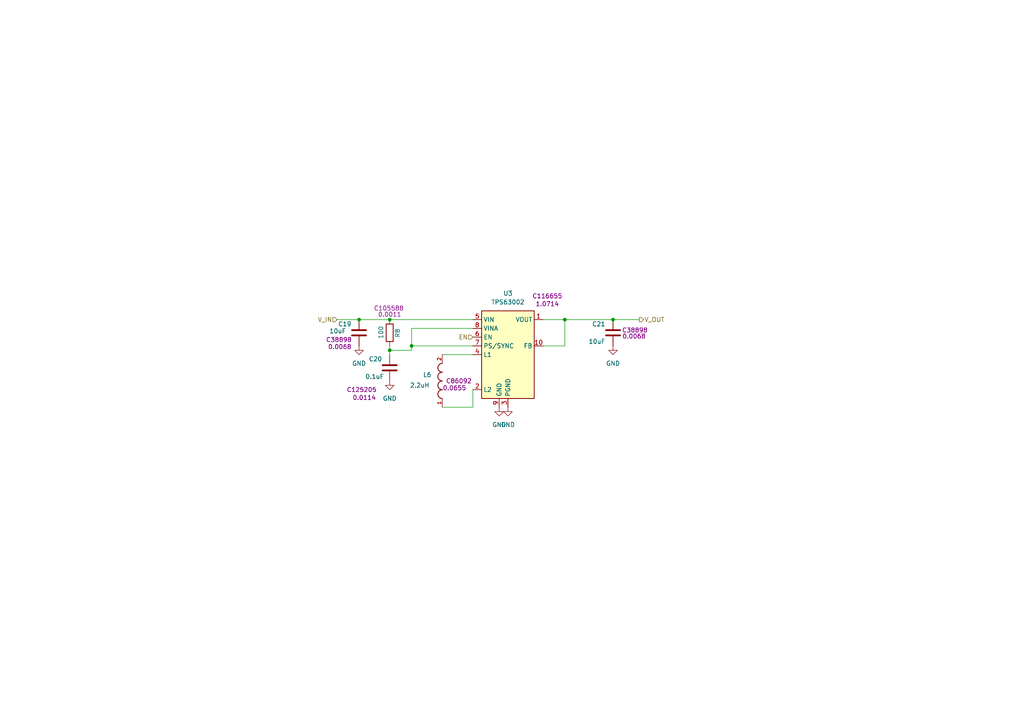
<source format=kicad_sch>
(kicad_sch (version 20250114) (generator "eeschema") (generator_version "9.0")
  (paper "A4")
  (lib_symbols
    (symbol "Device:C" (pin_numbers (hide yes)) (pin_names (offset 0.254))
      (property "Reference" "C" (at 0.635 2.54 0))
      (property "Value" "C" (at 0.635 -2.54 0))
      (symbol "C_0_1"
        (polyline (pts (xy -2.032 0.762) (xy 2.032 0.762)) (stroke (width 0.508)))
        (polyline (pts (xy -2.032 -0.762) (xy 2.032 -0.762)) (stroke (width 0.508)))
      )
      (symbol "C_1_1"
        (pin passive line (at 0 3.81 270) (length 2.794) (name "~") (number "1"))
        (pin passive line (at 0 -3.81 90) (length 2.794) (name "~") (number "2"))
      )
    )
    (symbol "Device:R" (pin_numbers (hide yes)) (pin_names (offset 0))
      (property "Reference" "R" (at 2.032 0 90))
      (property "Value" "R" (at 0 0 90))
      (symbol "R_0_1"
        (rectangle (start -1.016 -2.54) (end 1.016 2.54) (stroke (width 0.254)))
      )
      (symbol "R_1_1"
        (pin passive line (at 0 3.81 270) (length 1.27) (name "~") (number "1"))
        (pin passive line (at 0 -3.81 90) (length 1.27) (name "~") (number "2"))
      )
    )
    (symbol "LB3218T1R0M:LB3218T1R0M" (pin_names (offset 1.016))
      (property "Reference" "L" (at -7.62 5.08 0))
      (property "Value" "LB3218T1R0M" (at -7.62 2.54 0))
      (symbol "LB3218T1R0M_0_0"
        (arc (start -5.08 0) (mid -3.81 1.2645) (end -2.54 0) (stroke (width 0.254)))
        (arc (start -2.54 0) (mid -1.27 1.2645) (end 0 0) (stroke (width 0.254)))
        (arc (start 0 0) (mid 1.27 1.2645) (end 2.54 0) (stroke (width 0.254)))
        (arc (start 2.54 0) (mid 3.81 1.2645) (end 5.08 0) (stroke (width 0.254)))
        (pin passive line (at -7.62 0 0) (length 2.54) (name "~") (number "1"))
        (pin passive line (at 7.62 0 180) (length 2.54) (name "~") (number "2"))
      )
    )
    (symbol "Regulator_Switching:TPS63002"
      (property "Reference" "U" (at -7.62 13.97 0))
      (property "Value" "TPS63002" (at 5.08 13.97 0))
      (symbol "TPS63002_0_1"
        (rectangle (start -7.62 12.7) (end 7.62 -12.7) (stroke (width 0.254)) (fill (type background)))
      )
      (symbol "TPS63002_1_1"
        (pin power_in line (at -10.16 10.16 0) (length 2.54) (name "VIN") (number "5"))
        (pin power_in line (at -10.16 7.62 0) (length 2.54) (name "VINA") (number "8"))
        (pin input line (at -10.16 5.08 0) (length 2.54) (name "EN") (number "6"))
        (pin input line (at -10.16 2.54 0) (length 2.54) (name "PS/SYNC") (number "7"))
        (pin input line (at -10.16 0 0) (length 2.54) (name "L1") (number "4"))
        (pin input line (at -10.16 -10.16 0) (length 2.54) (name "L2") (number "2"))
        (pin power_in line (at -2.54 -15.24 90) (length 2.54) (name "GND") (number "9"))
        (pin passive line (at 0 -15.24 90) (length 2.54) (hide yes) (name "PGND") (number "11"))
        (pin power_in line (at 0 -15.24 90) (length 2.54) (name "PGND") (number "3"))
        (pin power_out line (at 10.16 10.16 180) (length 2.54) (name "VOUT") (number "1"))
        (pin input line (at 10.16 2.54 180) (length 2.54) (name "FB") (number "10"))
      )
    )
    (symbol "power:GND" (power) (pin_numbers (hide yes)) (pin_names (offset 0) (hide yes))
      (property "Value" "GND" (at 0 -3.81 0))
      (symbol "GND_0_1"
        (polyline (pts (xy 0 0) (xy 0 -1.27) (xy 1.27 -1.27) (xy 0 -2.54) (xy -1.27 -1.27) (xy 0 -1.27)))
      )
      (symbol "GND_1_1"
        (pin power_in line (at 0 0 270) (length 0) (name "~") (number "1"))
      )
    )
  )
  (junction (at 104.14 92.71))
  (junction (at 113.03 101.6))
  (junction (at 163.83 92.71))
  (junction (at 177.8 92.71))
  (junction (at 113.03 92.71))
  (junction (at 119.38 100.33))
  (wire (pts (xy 157.48 92.71) (xy 163.83 92.71)))
  (wire (pts (xy 113.03 102.87) (xy 113.03 101.6)))
  (wire (pts (xy 113.03 101.6) (xy 113.03 100.33)))
  (wire (pts (xy 119.38 101.6) (xy 119.38 100.33)))
  (wire (pts (xy 104.14 92.71) (xy 113.03 92.71)))
  (wire (pts (xy 113.03 101.6) (xy 119.38 101.6)))
  (wire (pts (xy 97.79 92.71) (xy 104.14 92.71)))
  (wire (pts (xy 163.83 100.33) (xy 163.83 92.71)))
  (wire (pts (xy 128.27 102.87) (xy 137.16 102.87)))
  (wire (pts (xy 163.83 92.71) (xy 177.8 92.71)))
  (wire (pts (xy 119.38 100.33) (xy 137.16 100.33)))
  (wire (pts (xy 119.38 95.25) (xy 137.16 95.25)))
  (wire (pts (xy 137.16 118.11) (xy 137.16 113.03)))
  (wire (pts (xy 177.8 92.71) (xy 185.42 92.71)))
  (wire (pts (xy 119.38 100.33) (xy 119.38 95.25)))
  (wire (pts (xy 128.27 118.11) (xy 137.16 118.11)))
  (wire (pts (xy 157.48 100.33) (xy 163.83 100.33)))
  (wire (pts (xy 113.03 92.71) (xy 137.16 92.71)))
  (hierarchical_label "V_OUT" (shape output) (at 185.42 92.71 0))
  (hierarchical_label "EN" (shape input) (at 137.16 97.79 180))
  (hierarchical_label "V_IN" (shape input) (at 97.79 92.71 180))
  (symbol (lib_id "power:GND") (at 104.14 100.33 0) (unit 1)
    (property "Reference" "#PWR044" (effects (hide yes)))
    (property "Value" "GND" (at 104.14 105.41 0))
    (property "Description" "Power symbol creates a global label with name \"GND\" , ground" (effects (hide yes)))
  )
  (symbol (lib_id "Device:C") (at 177.8 96.52 0) (unit 1)
    (property "Reference" "C21" (at 171.704 93.98 0) (effects (justify left)))
    (property "Value" "10uF" (at 170.688 99.06 0) (effects (justify left)))
    (property "Footprint" "Capacitor_SMD:C_0603_1608Metric" (effects (hide yes)))
    (property "Description" "Unpolarized capacitor" (effects (hide yes)))
    (property "LCSC part" "C38898" (at 184.15 95.758 0))
    (property "LCSC price ($US)" "0.0068" (at 183.896 97.536 0))
  )
  (symbol (lib_id "LB3218T1R0M:LB3218T1R0M") (at 128.27 110.49 90) (unit 1)
    (property "Reference" "L6" (at 122.682 108.712 90) (effects (justify right)))
    (property "Value" "2.2uH" (at 118.872 111.76 90) (effects (justify right)))
    (property "Footprint" "Inductor_SMD:L_1008_2520Metric" (effects (hide yes)))
    (property "LCSC part" "C86092" (at 133.096 110.49 90))
    (property "LCSC price ($US)" "0.0655" (at 131.826 112.522 90))
  )
  (symbol (lib_id "power:GND") (at 113.03 110.49 0) (unit 1)
    (property "Reference" "#PWR045" (effects (hide yes)))
    (property "Value" "GND" (at 113.03 115.57 0))
    (property "Description" "Power symbol creates a global label with name \"GND\" , ground" (effects (hide yes)))
  )
  (symbol (lib_id "Device:C") (at 113.03 106.68 0) (unit 1)
    (property "Reference" "C20" (at 106.934 104.14 0) (effects (justify left)))
    (property "Value" "0.1uF" (at 105.918 109.22 0) (effects (justify left)))
    (property "Footprint" "Capacitor_SMD:C_0603_1608Metric" (effects (hide yes)))
    (property "Description" "Unpolarized capacitor" (effects (hide yes)))
    (property "LCSC part" "C125205" (at 104.902 113.03 0))
    (property "LCSC price ($US)" "0.0114" (at 105.664 115.316 0))
  )
  (symbol (lib_id "power:GND") (at 177.8 100.33 0) (unit 1)
    (property "Reference" "#PWR046" (effects (hide yes)))
    (property "Value" "GND" (at 177.8 105.41 0))
    (property "Description" "Power symbol creates a global label with name \"GND\" , ground" (effects (hide yes)))
  )
  (symbol (lib_id "Regulator_Switching:TPS63002") (at 147.32 102.87 0) (unit 1)
    (property "Reference" "U3" (at 147.32 85.09 0))
    (property "Value" "TPS63002" (at 147.32 87.63 0))
    (property "Footprint" "Package_SON:VSON-10-1EP_3x3mm_P0.5mm_EP1.65x2.4mm" (effects (hide yes)))
    (property "Datasheet" "https://www.lcsc.com/datasheet/C116655.pdf" (effects (hide yes)))
    (property "Description" "Buck-Boost Converter, 1.8-5.5V Input Voltage, 1.7A Switch Current, 5V Output Voltage, VSON-10" (effects (hide yes)))
    (property "LCSC part" "C116655" (at 158.75 85.852 0))
    (property "LCSC price ($US)" "1.0714" (at 158.75 88.138 0))
  )
  (symbol (lib_id "power:GND") (at 147.32 118.11 0) (unit 1)
    (property "Reference" "#PWR049" (effects (hide yes)))
    (property "Value" "GND" (at 147.32 123.19 0))
    (property "Description" "Power symbol creates a global label with name \"GND\" , ground" (effects (hide yes)))
  )
  (symbol (lib_id "power:GND") (at 144.78 118.11 0) (unit 1)
    (property "Reference" "#PWR048" (effects (hide yes)))
    (property "Value" "GND" (at 144.78 123.19 0))
    (property "Description" "Power symbol creates a global label with name \"GND\" , ground" (effects (hide yes)))
  )
  (symbol (lib_id "Device:R") (at 113.03 96.52 180) (unit 1)
    (property "Reference" "R8" (at 115.316 95.25 90) (effects (justify left)))
    (property "Value" "100" (at 110.49 94.488 90) (effects (justify left)))
    (property "Footprint" "Resistor_SMD:R_0603_1608Metric" (effects (hide yes)))
    (property "Description" "Resistor" (effects (hide yes)))
    (property "LCSC part" "C105588" (at 112.776 89.408 0))
    (property "LCSC price ($US)" "0.0011" (at 113.03 91.186 0))
  )
  (symbol (lib_id "Device:C") (at 104.14 96.52 0) (unit 1)
    (property "Reference" "C19" (at 98.044 93.98 0) (effects (justify left)))
    (property "Value" "10uF" (at 95.504 96.012 0) (effects (justify left)))
    (property "Footprint" "Capacitor_SMD:C_0603_1608Metric" (effects (hide yes)))
    (property "Description" "Unpolarized capacitor" (effects (hide yes)))
    (property "LCSC part" "C38898" (at 98.298 98.552 0))
    (property "LCSC price ($US)" "0.0068" (at 98.552 100.584 0))
  )
)
</source>
